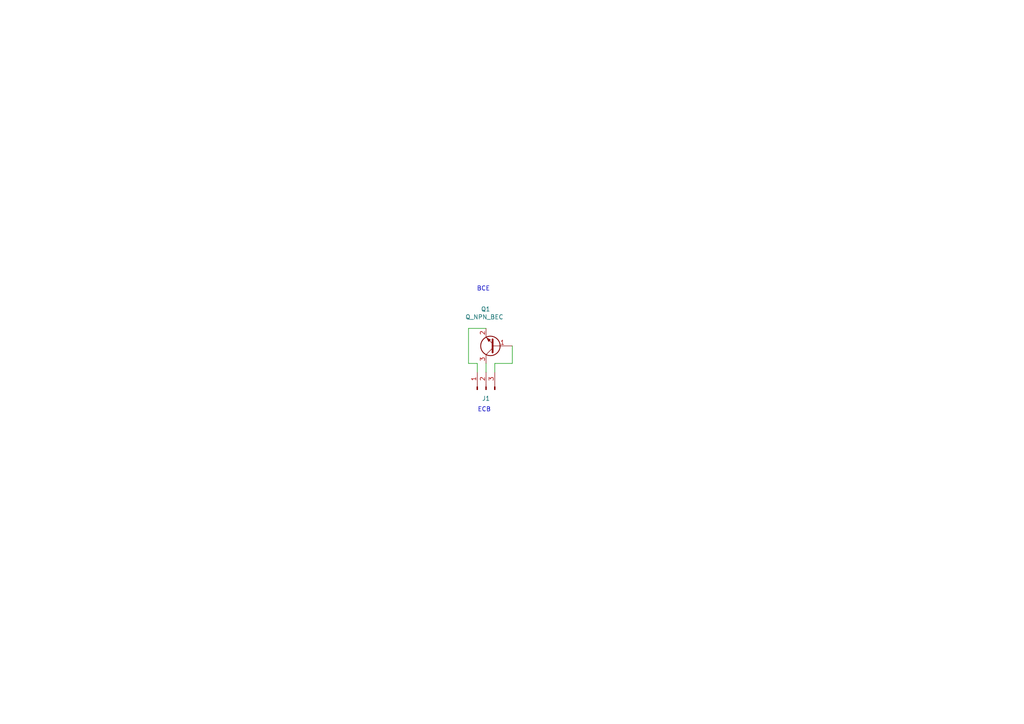
<source format=kicad_sch>
(kicad_sch (version 20231120) (generator "eeschema") (generator_version "8.0")
  (paper "A4")
  (title_block (title "Q2 Q3 Adapter") (date "2024-11-10") (rev "1"))
  (lib_symbols
    (symbol "Connector:Conn_01x03_Pin" (pin_names (offset 1.016) hide)
      (property "Reference" "J" (at 0 5.08 0))
      (property "Value" "Conn_01x03_Pin" (at 0 -5.08 0))
      (symbol "Conn_01x03_Pin_1_1"
        (polyline (pts (xy 1.27 -2.54) (xy 0.8636 -2.54)) (stroke (width 0.1524)))
        (polyline (pts (xy 1.27 0) (xy 0.8636 0)) (stroke (width 0.1524)))
        (polyline (pts (xy 1.27 2.54) (xy 0.8636 2.54)) (stroke (width 0.1524)))
        (rectangle (start 0.8636 -2.413) (end 0 -2.667) (stroke (width 0.1524)) (fill (type outline)))
        (rectangle (start 0.8636 0.127) (end 0 -0.127) (stroke (width 0.1524)) (fill (type outline)))
        (rectangle (start 0.8636 2.667) (end 0 2.413) (stroke (width 0.1524)) (fill (type outline)))
        (pin passive line (at 5.08 2.54 180) (length 3.81) (name "Pin_1") (number "1"))
        (pin passive line (at 5.08 0 180) (length 3.81) (name "Pin_2") (number "2"))
        (pin passive line (at 5.08 -2.54 180) (length 3.81) (name "Pin_3") (number "3"))
      )
    )
    (symbol "Device:Q_NPN_BEC" (pin_names (offset 0) hide)
      (property "Reference" "Q" (at 5.08 1.27 0))
      (property "Value" "Q_NPN_BEC" (at 5.08 -1.27 0))
      (symbol "Q_NPN_BEC_0_1"
        (polyline (pts (xy 0.635 0.635) (xy 2.54 2.54)))
        (polyline (pts (xy 0.635 -0.635) (xy 2.54 -2.54) (xy 2.54 -2.54)))
        (polyline (pts (xy 0.635 1.905) (xy 0.635 -1.905) (xy 0.635 -1.905)) (stroke (width 0.508)))
        (polyline (pts (xy 1.27 -1.778) (xy 1.778 -1.27) (xy 2.286 -2.286) (xy 1.27 -1.778) (xy 1.27 -1.778)) (fill (type outline)))
        (circle (center 1.27 0) (radius 2.8194) (stroke (width 0.254)))
      )
      (symbol "Q_NPN_BEC_1_1"
        (pin input line (at -5.08 0 0) (length 5.715) (name "B") (number "1"))
        (pin passive line (at 2.54 -5.08 90) (length 2.54) (name "E") (number "2"))
        (pin passive line (at 2.54 5.08 270) (length 2.54) (name "C") (number "3"))
      )
    )
  )
  (wire (pts (xy 135.89 95.25) (xy 135.89 105.41)))
  (wire (pts (xy 138.43 105.41) (xy 138.43 107.95)))
  (wire (pts (xy 140.97 105.41) (xy 140.97 107.95)))
  (wire (pts (xy 135.89 105.41) (xy 138.43 105.41)))
  (wire (pts (xy 148.59 100.33) (xy 148.59 105.41)))
  (wire (pts (xy 140.97 95.25) (xy 135.89 95.25)))
  (wire (pts (xy 148.59 105.41) (xy 143.51 105.41)))
  (wire (pts (xy 143.51 105.41) (xy 143.51 107.95)))
  (text "BCE" (at 140.208 83.82 0) (effects (font (size 1.27 1.27))))
  (text "ECB" (at 140.462 118.872 0) (effects (font (size 1.27 1.27))))
  (symbol (lib_id "Device:Q_NPN_BEC") (at 143.51 100.33 180) (unit 1)
    (property "Reference" "Q1" (at 142.24 89.662 0) (effects (justify left)))
    (property "Value" "Q_NPN_BEC" (at 146.05 91.9479 0) (effects (justify left)))
    (property "Footprint" "Package_TO_SOT_SMD:SOT-323_SC-70" (effects (hide yes)))
    (property "Description" "NPN transistor, base/emitter/collector" (effects (hide yes)))
  )
  (symbol (lib_id "Connector:Conn_01x03_Pin") (at 140.97 113.03 90) (unit 1)
    (property "Reference" "J1" (at 140.97 115.57 90))
    (property "Value" "Conn_01x03_Pin" (effects (hide yes)))
    (property "Footprint" "Connector_PinHeader_2.54mm:PinHeader_1x03_P2.54mm_Vertical" (effects (hide yes)))
    (property "Description" "Generic connector, single row, 01x03, script generated" (effects (hide yes)))
  )
)
</source>
